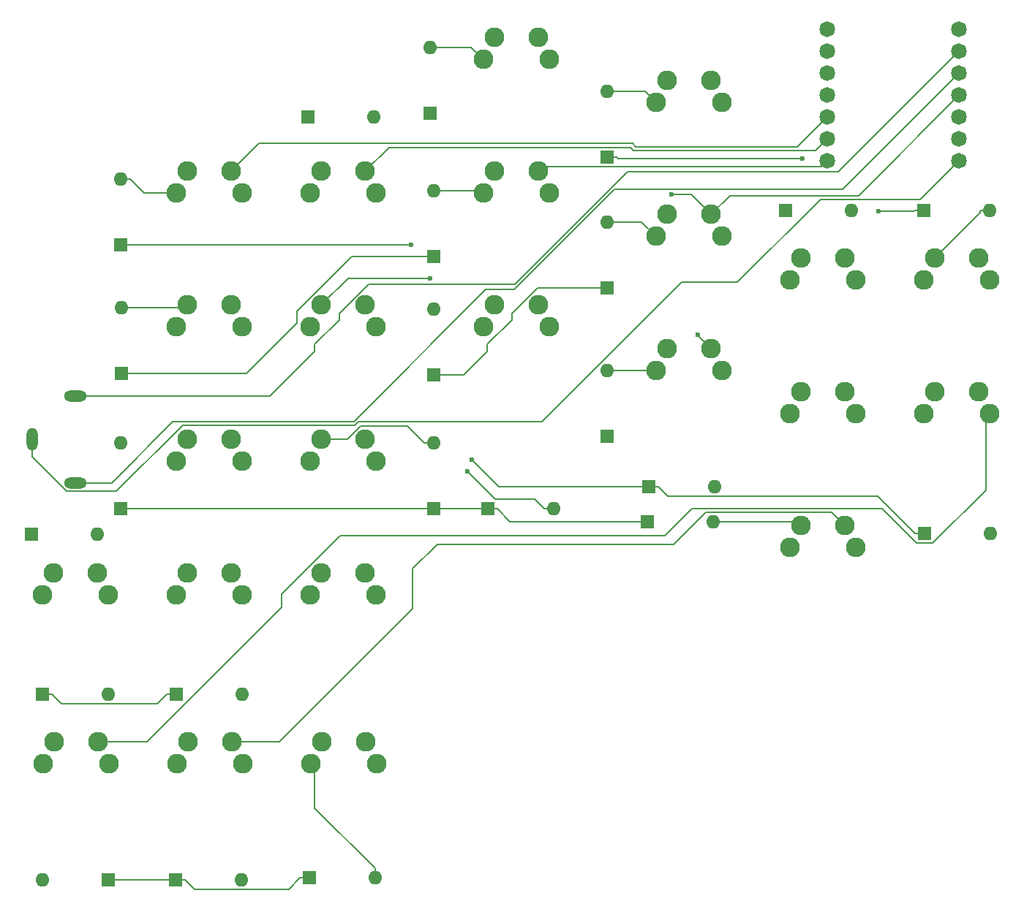
<source format=gbr>
%TF.GenerationSoftware,KiCad,Pcbnew,8.0.1*%
%TF.CreationDate,2024-04-28T21:32:14+02:00*%
%TF.ProjectId,Sword-keyboard,53776f72-642d-46b6-9579-626f6172642e,rev?*%
%TF.SameCoordinates,Original*%
%TF.FileFunction,Copper,L1,Top*%
%TF.FilePolarity,Positive*%
%FSLAX46Y46*%
G04 Gerber Fmt 4.6, Leading zero omitted, Abs format (unit mm)*
G04 Created by KiCad (PCBNEW 8.0.1) date 2024-04-28 21:32:14*
%MOMM*%
%LPD*%
G01*
G04 APERTURE LIST*
%TA.AperFunction,ComponentPad*%
%ADD10C,2.286000*%
%TD*%
%TA.AperFunction,ComponentPad*%
%ADD11R,1.600000X1.600000*%
%TD*%
%TA.AperFunction,ComponentPad*%
%ADD12O,1.600000X1.600000*%
%TD*%
%TA.AperFunction,ComponentPad*%
%ADD13O,1.308000X2.616000*%
%TD*%
%TA.AperFunction,ComponentPad*%
%ADD14O,2.616000X1.308000*%
%TD*%
%TA.AperFunction,ComponentPad*%
%ADD15C,1.824000*%
%TD*%
%TA.AperFunction,ViaPad*%
%ADD16C,0.600000*%
%TD*%
%TA.AperFunction,Conductor*%
%ADD17C,0.200000*%
%TD*%
G04 APERTURE END LIST*
D10*
%TO.P,SW13,1,1*%
%TO.N,Net-(D13-A)*%
X120690000Y-113460000D03*
X121960000Y-110920000D03*
%TO.P,SW13,2,2*%
%TO.N,col0*%
X127040000Y-110920000D03*
X128310000Y-113460000D03*
%TD*%
%TO.P,SW12,1,1*%
%TO.N,Net-(D12-A)*%
X207190000Y-107960000D03*
X208460000Y-105420000D03*
%TO.P,SW12,2,2*%
%TO.N,col5*%
X213540000Y-105420000D03*
X214810000Y-107960000D03*
%TD*%
%TO.P,SW22,1,1*%
%TO.N,Net-(D22-A)*%
X136230000Y-148540000D03*
X137500000Y-146000000D03*
%TO.P,SW22,2,2*%
%TO.N,col3*%
X142580000Y-146000000D03*
X143850000Y-148540000D03*
%TD*%
%TO.P,SW4,1,1*%
%TO.N,Net-(D4-A)*%
X176190000Y-71960000D03*
X177460000Y-69420000D03*
%TO.P,SW4,2,2*%
%TO.N,col3*%
X182540000Y-69420000D03*
X183810000Y-71960000D03*
%TD*%
D11*
%TO.P,D13,1,K*%
%TO.N,row2*%
X114200000Y-119020000D03*
D12*
%TO.P,D13,2,A*%
%TO.N,Net-(D13-A)*%
X114200000Y-111400000D03*
%TD*%
D11*
%TO.P,D20,1,K*%
%TO.N,row3*%
X105190000Y-140500000D03*
D12*
%TO.P,D20,2,A*%
%TO.N,Net-(D20-A)*%
X112810000Y-140500000D03*
%TD*%
D10*
%TO.P,SW1,1,1*%
%TO.N,Net-(D1-A)*%
X120690000Y-82460000D03*
X121960000Y-79920000D03*
%TO.P,SW1,2,2*%
%TO.N,col0*%
X127040000Y-79920000D03*
X128310000Y-82460000D03*
%TD*%
D11*
%TO.P,D14,1,K*%
%TO.N,row2*%
X150500000Y-119010000D03*
D12*
%TO.P,D14,2,A*%
%TO.N,Net-(D14-A)*%
X150500000Y-111390000D03*
%TD*%
D11*
%TO.P,D6,1,K*%
%TO.N,row0*%
X207190000Y-84500000D03*
D12*
%TO.P,D6,2,A*%
%TO.N,Net-(D6-A)*%
X214810000Y-84500000D03*
%TD*%
D11*
%TO.P,D21,1,K*%
%TO.N,row3*%
X120690000Y-140500000D03*
D12*
%TO.P,D21,2,A*%
%TO.N,Net-(D21-A)*%
X128310000Y-140500000D03*
%TD*%
D11*
%TO.P,D8,1,K*%
%TO.N,row1*%
X150500000Y-103520000D03*
D12*
%TO.P,D8,2,A*%
%TO.N,Net-(D8-A)*%
X150500000Y-95900000D03*
%TD*%
D11*
%TO.P,D10,1,K*%
%TO.N,row1*%
X170500000Y-93420000D03*
D12*
%TO.P,D10,2,A*%
%TO.N,Net-(D10-A)*%
X170500000Y-85800000D03*
%TD*%
D10*
%TO.P,SW24,1,1*%
%TO.N,Net-(D24-A)*%
X105230000Y-148540000D03*
X106500000Y-146000000D03*
%TO.P,SW24,2,2*%
%TO.N,col5*%
X111580000Y-146000000D03*
X112850000Y-148540000D03*
%TD*%
D11*
%TO.P,D1,1,K*%
%TO.N,row0*%
X114200000Y-88410000D03*
D12*
%TO.P,D1,2,A*%
%TO.N,Net-(D1-A)*%
X114200000Y-80790000D03*
%TD*%
D10*
%TO.P,SW14,1,1*%
%TO.N,Net-(D14-A)*%
X136190000Y-113460000D03*
X137460000Y-110920000D03*
%TO.P,SW14,2,2*%
%TO.N,col1*%
X142540000Y-110920000D03*
X143810000Y-113460000D03*
%TD*%
%TO.P,SW9,1,1*%
%TO.N,Net-(D9-A)*%
X156190000Y-82460000D03*
X157460000Y-79920000D03*
%TO.P,SW9,2,2*%
%TO.N,col2*%
X162540000Y-79920000D03*
X163810000Y-82460000D03*
%TD*%
%TO.P,SW7,1,1*%
%TO.N,Net-(D7-A)*%
X120690000Y-97960000D03*
X121960000Y-95420000D03*
%TO.P,SW7,2,2*%
%TO.N,col0*%
X127040000Y-95420000D03*
X128310000Y-97960000D03*
%TD*%
D11*
%TO.P,D15,1,K*%
%TO.N,row2*%
X156690000Y-119000000D03*
D12*
%TO.P,D15,2,A*%
%TO.N,Net-(D15-A)*%
X164310000Y-119000000D03*
%TD*%
D11*
%TO.P,D4,1,K*%
%TO.N,row0*%
X170500000Y-78310000D03*
D12*
%TO.P,D4,2,A*%
%TO.N,Net-(D4-A)*%
X170500000Y-70690000D03*
%TD*%
D11*
%TO.P,D24,1,K*%
%TO.N,row3*%
X112810000Y-162000000D03*
D12*
%TO.P,D24,2,A*%
%TO.N,Net-(D24-A)*%
X105190000Y-162000000D03*
%TD*%
D10*
%TO.P,SW10,1,1*%
%TO.N,Net-(D10-A)*%
X176190000Y-87460000D03*
X177460000Y-84920000D03*
%TO.P,SW10,2,2*%
%TO.N,col3*%
X182540000Y-84920000D03*
X183810000Y-87460000D03*
%TD*%
%TO.P,SW6,1,1*%
%TO.N,Net-(D6-A)*%
X207190000Y-92460000D03*
X208460000Y-89920000D03*
%TO.P,SW6,2,2*%
%TO.N,col5*%
X213540000Y-89920000D03*
X214810000Y-92460000D03*
%TD*%
D11*
%TO.P,D19,1,K*%
%TO.N,row3*%
X103880000Y-122000000D03*
D12*
%TO.P,D19,2,A*%
%TO.N,Net-(D19-A)*%
X111500000Y-122000000D03*
%TD*%
D10*
%TO.P,SW11,1,1*%
%TO.N,Net-(D11-A)*%
X191690000Y-107960000D03*
X192960000Y-105420000D03*
%TO.P,SW11,2,2*%
%TO.N,col4*%
X198040000Y-105420000D03*
X199310000Y-107960000D03*
%TD*%
%TO.P,SW17,1,1*%
%TO.N,Net-(D17-A)*%
X191690000Y-123460000D03*
X192960000Y-120920000D03*
%TO.P,SW17,2,2*%
%TO.N,col4*%
X198040000Y-120920000D03*
X199310000Y-123460000D03*
%TD*%
%TO.P,SW5,1,1*%
%TO.N,Net-(D5-A)*%
X191690000Y-92460000D03*
X192960000Y-89920000D03*
%TO.P,SW5,2,2*%
%TO.N,col4*%
X198040000Y-89920000D03*
X199310000Y-92460000D03*
%TD*%
%TO.P,SW21,1,1*%
%TO.N,Net-(D21-A)*%
X136190000Y-128960000D03*
X137460000Y-126420000D03*
%TO.P,SW21,2,2*%
%TO.N,col2*%
X142540000Y-126420000D03*
X143810000Y-128960000D03*
%TD*%
%TO.P,SW2,1,1*%
%TO.N,Net-(D2-A)*%
X136190000Y-82460000D03*
X137460000Y-79920000D03*
%TO.P,SW2,2,2*%
%TO.N,col1*%
X142540000Y-79920000D03*
X143810000Y-82460000D03*
%TD*%
D11*
%TO.P,D7,1,K*%
%TO.N,row1*%
X114300000Y-103320000D03*
D12*
%TO.P,D7,2,A*%
%TO.N,Net-(D7-A)*%
X114300000Y-95700000D03*
%TD*%
D11*
%TO.P,D22,1,K*%
%TO.N,row3*%
X136090000Y-161800000D03*
D12*
%TO.P,D22,2,A*%
%TO.N,Net-(D22-A)*%
X143710000Y-161800000D03*
%TD*%
D11*
%TO.P,D12,1,K*%
%TO.N,row1*%
X207290000Y-121900000D03*
D12*
%TO.P,D12,2,A*%
%TO.N,Net-(D12-A)*%
X214910000Y-121900000D03*
%TD*%
D13*
%TO.P,J1,1*%
%TO.N,DATA*%
X104000000Y-111000000D03*
D14*
%TO.P,J1,2*%
%TO.N,VCC*%
X109000000Y-116000000D03*
%TO.P,J1,3*%
%TO.N,GND*%
X109000000Y-106000000D03*
%TD*%
D10*
%TO.P,SW15,1,1*%
%TO.N,Net-(D15-A)*%
X156190000Y-97960000D03*
X157460000Y-95420000D03*
%TO.P,SW15,2,2*%
%TO.N,col2*%
X162540000Y-95420000D03*
X163810000Y-97960000D03*
%TD*%
D11*
%TO.P,D17,1,K*%
%TO.N,row2*%
X175190000Y-120500000D03*
D12*
%TO.P,D17,2,A*%
%TO.N,Net-(D17-A)*%
X182810000Y-120500000D03*
%TD*%
D10*
%TO.P,SW20,1,1*%
%TO.N,Net-(D20-A)*%
X120690000Y-128960000D03*
X121960000Y-126420000D03*
%TO.P,SW20,2,2*%
%TO.N,col1*%
X127040000Y-126420000D03*
X128310000Y-128960000D03*
%TD*%
D11*
%TO.P,D23,1,K*%
%TO.N,row3*%
X120590000Y-162000000D03*
D12*
%TO.P,D23,2,A*%
%TO.N,Net-(D23-A)*%
X128210000Y-162000000D03*
%TD*%
D11*
%TO.P,D16,1,K*%
%TO.N,row2*%
X170500000Y-110620000D03*
D12*
%TO.P,D16,2,A*%
%TO.N,Net-(D16-A)*%
X170500000Y-103000000D03*
%TD*%
D11*
%TO.P,D2,1,K*%
%TO.N,row0*%
X135880000Y-73600000D03*
D12*
%TO.P,D2,2,A*%
%TO.N,Net-(D2-A)*%
X143500000Y-73600000D03*
%TD*%
D10*
%TO.P,SW16,1,1*%
%TO.N,Net-(D16-A)*%
X176190000Y-102960000D03*
X177460000Y-100420000D03*
%TO.P,SW16,2,2*%
%TO.N,col3*%
X182540000Y-100420000D03*
X183810000Y-102960000D03*
%TD*%
D15*
%TO.P,U1,1,PA02_A0_D0*%
%TO.N,row0*%
X196000000Y-63500000D03*
%TO.P,U1,2,PA4_A1_D1*%
%TO.N,row1*%
X196000000Y-66040000D03*
%TO.P,U1,3,PA10_A2_D2*%
%TO.N,row2*%
X196000000Y-68580000D03*
%TO.P,U1,4,PA11_A3_D3*%
%TO.N,row3*%
X196000000Y-71120000D03*
%TO.P,U1,5,PA8_A4_D4_SDA*%
%TO.N,col0*%
X196000000Y-73660000D03*
%TO.P,U1,6,PA9_A5_D5_SCL*%
%TO.N,col1*%
X196000000Y-76200000D03*
%TO.P,U1,7,PB08_A6_D6_TX*%
%TO.N,col2*%
X196000000Y-78740000D03*
%TO.P,U1,8,PB09_A7_D7_RX*%
%TO.N,DATA*%
X211250000Y-78740000D03*
%TO.P,U1,9,PA7_A8_D8_SCK*%
%TO.N,col5*%
X211250000Y-76200000D03*
%TO.P,U1,10,PA5_A9_D9_MISO*%
%TO.N,col4*%
X211250000Y-73660000D03*
%TO.P,U1,11,PA6_A10_D10_MOSI*%
%TO.N,col3*%
X211250000Y-71120000D03*
%TO.P,U1,12,3V3*%
%TO.N,VCC*%
X211250000Y-68580000D03*
%TO.P,U1,13,GND*%
%TO.N,GND*%
X211250000Y-66040000D03*
%TO.P,U1,14,5V*%
%TO.N,unconnected-(U1-5V-Pad14)*%
X211250000Y-63500000D03*
%TD*%
D10*
%TO.P,SW19,1,1*%
%TO.N,Net-(D19-A)*%
X105190000Y-128960000D03*
X106460000Y-126420000D03*
%TO.P,SW19,2,2*%
%TO.N,col0*%
X111540000Y-126420000D03*
X112810000Y-128960000D03*
%TD*%
%TO.P,SW3,1,1*%
%TO.N,Net-(D3-A)*%
X156190000Y-66960000D03*
X157460000Y-64420000D03*
%TO.P,SW3,2,2*%
%TO.N,col2*%
X162540000Y-64420000D03*
X163810000Y-66960000D03*
%TD*%
%TO.P,SW23,1,1*%
%TO.N,Net-(D23-A)*%
X120730000Y-148540000D03*
X122000000Y-146000000D03*
%TO.P,SW23,2,2*%
%TO.N,col4*%
X127080000Y-146000000D03*
X128350000Y-148540000D03*
%TD*%
D11*
%TO.P,D9,1,K*%
%TO.N,row1*%
X150500000Y-89810000D03*
D12*
%TO.P,D9,2,A*%
%TO.N,Net-(D9-A)*%
X150500000Y-82190000D03*
%TD*%
D11*
%TO.P,D5,1,K*%
%TO.N,row0*%
X191190000Y-84500000D03*
D12*
%TO.P,D5,2,A*%
%TO.N,Net-(D5-A)*%
X198810000Y-84500000D03*
%TD*%
D10*
%TO.P,SW8,1,1*%
%TO.N,Net-(D8-A)*%
X136190000Y-97960000D03*
X137460000Y-95420000D03*
%TO.P,SW8,2,2*%
%TO.N,col1*%
X142540000Y-95420000D03*
X143810000Y-97960000D03*
%TD*%
D11*
%TO.P,D3,1,K*%
%TO.N,row0*%
X150000000Y-73210000D03*
D12*
%TO.P,D3,2,A*%
%TO.N,Net-(D3-A)*%
X150000000Y-65590000D03*
%TD*%
D11*
%TO.P,D11,1,K*%
%TO.N,row1*%
X175380000Y-116500000D03*
D12*
%TO.P,D11,2,A*%
%TO.N,Net-(D11-A)*%
X183000000Y-116500000D03*
%TD*%
D16*
%TO.N,row0*%
X147856700Y-88410000D03*
X201968000Y-84561900D03*
X193136000Y-78472400D03*
%TO.N,row1*%
X154841200Y-113337800D03*
%TO.N,Net-(D8-A)*%
X150018100Y-92343700D03*
%TO.N,Net-(D15-A)*%
X154355500Y-114709700D03*
%TO.N,col3*%
X181015300Y-98844100D03*
X177978100Y-82636100D03*
%TD*%
D17*
%TO.N,row0*%
X201968000Y-84561900D02*
X206026400Y-84561900D01*
X170500000Y-78310000D02*
X171601700Y-78310000D01*
X193136000Y-78472400D02*
X171764100Y-78472400D01*
X147856700Y-88410000D02*
X114200000Y-88410000D01*
X206026400Y-84561900D02*
X206088300Y-84500000D01*
X207190000Y-84500000D02*
X206088300Y-84500000D01*
X171764100Y-78472400D02*
X171601700Y-78310000D01*
%TO.N,Net-(D1-A)*%
X116971700Y-82460000D02*
X120690000Y-82460000D01*
X114200000Y-80790000D02*
X115301700Y-80790000D01*
X115301700Y-80790000D02*
X116971700Y-82460000D01*
X120690000Y-82460000D02*
X120690000Y-83190000D01*
%TO.N,Net-(D3-A)*%
X150000000Y-65590000D02*
X154820000Y-65590000D01*
X154820000Y-65590000D02*
X156190000Y-66960000D01*
%TO.N,Net-(D4-A)*%
X170500000Y-70690000D02*
X174920000Y-70690000D01*
X174920000Y-70690000D02*
X176190000Y-71960000D01*
%TO.N,Net-(D6-A)*%
X214810000Y-84500000D02*
X213708300Y-84500000D01*
X213708300Y-84671700D02*
X208460000Y-89920000D01*
X213708300Y-84500000D02*
X213708300Y-84671700D01*
%TO.N,Net-(D7-A)*%
X121680000Y-95700000D02*
X121960000Y-95420000D01*
X114300000Y-95700000D02*
X121680000Y-95700000D01*
%TO.N,row1*%
X175930900Y-116500000D02*
X176481700Y-116500000D01*
X140950800Y-89810000D02*
X150500000Y-89810000D01*
X153922600Y-103520000D02*
X150500000Y-103520000D01*
X159506600Y-97117900D02*
X156651900Y-99972600D01*
X156651900Y-99972600D02*
X156651900Y-100790700D01*
X177583400Y-117601700D02*
X201890000Y-117601700D01*
X175380000Y-116500000D02*
X158003400Y-116500000D01*
X134621100Y-97488000D02*
X134621100Y-96139700D01*
X134621100Y-96139700D02*
X140950800Y-89810000D01*
X170500000Y-93420000D02*
X162496900Y-93420000D01*
X162496900Y-93420000D02*
X159506600Y-96410300D01*
X158003400Y-116500000D02*
X154841200Y-113337800D01*
X156651900Y-100790700D02*
X153922600Y-103520000D01*
X159506600Y-96410300D02*
X159506600Y-97117900D01*
X114300000Y-103320000D02*
X128789100Y-103320000D01*
X128789100Y-103320000D02*
X134621100Y-97488000D01*
X176481700Y-116500000D02*
X177583400Y-117601700D01*
X207290000Y-121900000D02*
X206188300Y-121900000D01*
X175930900Y-116500000D02*
X175380000Y-116500000D01*
X201890000Y-117601700D02*
X206188300Y-121900000D01*
%TO.N,Net-(D8-A)*%
X140536300Y-92343700D02*
X137460000Y-95420000D01*
X150018100Y-92343700D02*
X140536300Y-92343700D01*
%TO.N,Net-(D9-A)*%
X150500000Y-82190000D02*
X155920000Y-82190000D01*
X155920000Y-82190000D02*
X156190000Y-82460000D01*
%TO.N,Net-(D10-A)*%
X170500000Y-85800000D02*
X174530000Y-85800000D01*
X174530000Y-85800000D02*
X176190000Y-87460000D01*
%TO.N,row2*%
X150500000Y-119010000D02*
X115311700Y-119010000D01*
X159291700Y-120500000D02*
X157791700Y-119000000D01*
X114200000Y-119020000D02*
X115301700Y-119020000D01*
X175190000Y-120500000D02*
X159291700Y-120500000D01*
X115311700Y-119010000D02*
X115301700Y-119020000D01*
X151050900Y-119010000D02*
X151601700Y-119010000D01*
X151611700Y-119000000D02*
X151601700Y-119010000D01*
X156690000Y-119000000D02*
X151611700Y-119000000D01*
X151050900Y-119010000D02*
X150500000Y-119010000D01*
X156690000Y-119000000D02*
X157791700Y-119000000D01*
%TO.N,Net-(D14-A)*%
X150500000Y-111390000D02*
X149398300Y-111390000D01*
X141980000Y-109436900D02*
X140496900Y-110920000D01*
X149398300Y-111390000D02*
X147445200Y-109436900D01*
X147445200Y-109436900D02*
X141980000Y-109436900D01*
X140496900Y-110920000D02*
X137460000Y-110920000D01*
%TO.N,Net-(D15-A)*%
X157544100Y-117898300D02*
X154355500Y-114709700D01*
X162106600Y-117898300D02*
X157544100Y-117898300D01*
X163208300Y-119000000D02*
X162106600Y-117898300D01*
X164310000Y-119000000D02*
X163208300Y-119000000D01*
%TO.N,Net-(D16-A)*%
X171641700Y-102960000D02*
X176190000Y-102960000D01*
X171601700Y-103000000D02*
X171641700Y-102960000D01*
X170500000Y-103000000D02*
X171601700Y-103000000D01*
%TO.N,Net-(D17-A)*%
X182810000Y-120500000D02*
X192540000Y-120500000D01*
X192540000Y-120500000D02*
X192960000Y-120920000D01*
%TO.N,row3*%
X105190000Y-140500000D02*
X106291700Y-140500000D01*
X133666700Y-163121600D02*
X134988300Y-161800000D01*
X122813300Y-163121600D02*
X133666700Y-163121600D01*
X107393400Y-141601700D02*
X106291700Y-140500000D01*
X120690000Y-140500000D02*
X119588300Y-140500000D01*
X120590000Y-162000000D02*
X121691700Y-162000000D01*
X119588300Y-140500000D02*
X118486600Y-141601700D01*
X136090000Y-161800000D02*
X134988300Y-161800000D01*
X112810000Y-162000000D02*
X120590000Y-162000000D01*
X118486600Y-141601700D02*
X107393400Y-141601700D01*
X121691700Y-162000000D02*
X122813300Y-163121600D01*
%TO.N,Net-(D22-A)*%
X143710000Y-161800000D02*
X143710000Y-160698300D01*
X136691900Y-149001900D02*
X136230000Y-148540000D01*
X136691900Y-153680200D02*
X136691900Y-149001900D01*
X143710000Y-160698300D02*
X136691900Y-153680200D01*
%TO.N,col0*%
X173493500Y-76705800D02*
X130254200Y-76705800D01*
X196000000Y-73660000D02*
X192578600Y-77081400D01*
X130254200Y-76705800D02*
X127040000Y-79920000D01*
X192578600Y-77081400D02*
X173869100Y-77081400D01*
X173869100Y-77081400D02*
X173493500Y-76705800D01*
%TO.N,col1*%
X173201100Y-77181600D02*
X173552600Y-77533100D01*
X145278400Y-77181600D02*
X173201100Y-77181600D01*
X142540000Y-79920000D02*
X145278400Y-77181600D01*
X173552600Y-77533100D02*
X194666900Y-77533100D01*
X194666900Y-77533100D02*
X196000000Y-76200000D01*
%TO.N,col2*%
X163048300Y-79411700D02*
X162540000Y-79920000D01*
X196000000Y-78740000D02*
X195328300Y-79411700D01*
X195328300Y-79411700D02*
X163048300Y-79411700D01*
%TO.N,col3*%
X184726500Y-82733500D02*
X182540000Y-84920000D01*
X199636500Y-82733500D02*
X184726500Y-82733500D01*
X182540000Y-84920000D02*
X180256200Y-82636200D01*
X177978100Y-82636200D02*
X177978100Y-82636100D01*
X180256200Y-82636200D02*
X177978100Y-82636200D01*
X182540000Y-100420000D02*
X181015300Y-98895300D01*
X211250000Y-71120000D02*
X199636500Y-82733500D01*
X181015300Y-98895300D02*
X181015300Y-98844100D01*
%TO.N,col4*%
X150855000Y-123145000D02*
X178199500Y-123145000D01*
X178199500Y-123145000D02*
X181955800Y-119388700D01*
X148017300Y-125982700D02*
X150855000Y-123145000D01*
X196508700Y-119388700D02*
X198040000Y-120920000D01*
X181955800Y-119388700D02*
X196508700Y-119388700D01*
X132596700Y-146000000D02*
X148017300Y-130579400D01*
X148017300Y-130579400D02*
X148017300Y-125982700D01*
X127080000Y-146000000D02*
X132596700Y-146000000D01*
%TO.N,col5*%
X208233500Y-123009800D02*
X214348200Y-116895100D01*
X180380300Y-118987000D02*
X202350300Y-118987000D01*
X214348200Y-108421800D02*
X214810000Y-107960000D01*
X132868600Y-128940400D02*
X139636500Y-122172500D01*
X202350300Y-118987000D02*
X206373100Y-123009800D01*
X111580000Y-146000000D02*
X117275300Y-146000000D01*
X139636500Y-122172500D02*
X177194800Y-122172500D01*
X117275300Y-146000000D02*
X132868600Y-130406700D01*
X214348200Y-116895100D02*
X214348200Y-108421800D01*
X206373100Y-123009800D02*
X208233500Y-123009800D01*
X132868600Y-130406700D02*
X132868600Y-128940400D01*
X177194800Y-122172500D02*
X180380300Y-118987000D01*
%TO.N,DATA*%
X195212000Y-83201300D02*
X185642400Y-92770900D01*
X141764900Y-108935200D02*
X141363200Y-109336900D01*
X104000000Y-113024300D02*
X104000000Y-111000000D01*
X163005700Y-108935200D02*
X141764900Y-108935200D01*
X121421400Y-109336900D02*
X113755800Y-117002500D01*
X107978200Y-117002500D02*
X104000000Y-113024300D01*
X141363200Y-109336900D02*
X121421400Y-109336900D01*
X206788700Y-83201300D02*
X195212000Y-83201300D01*
X179170000Y-92770900D02*
X163005700Y-108935200D01*
X113755800Y-117002500D02*
X107978200Y-117002500D01*
X185642400Y-92770900D02*
X179170000Y-92770900D01*
X211250000Y-78740000D02*
X206788700Y-83201300D01*
%TO.N,GND*%
X159824900Y-93002500D02*
X172859400Y-79968000D01*
X109000000Y-106000000D02*
X131468200Y-106000000D01*
X131468200Y-106000000D02*
X136651900Y-100816300D01*
X139506500Y-96403400D02*
X142907400Y-93002500D01*
X139506500Y-97118000D02*
X139506500Y-96403400D01*
X172859400Y-79968000D02*
X197322000Y-79968000D01*
X197322000Y-79968000D02*
X211250000Y-66040000D01*
X136651900Y-100816300D02*
X136651900Y-99972600D01*
X136651900Y-99972600D02*
X139506500Y-97118000D01*
X142907400Y-93002500D02*
X159824900Y-93002500D01*
%TO.N,VCC*%
X197795600Y-82034400D02*
X171361100Y-82034400D01*
X113214300Y-116000000D02*
X109000000Y-116000000D01*
X159781800Y-93613700D02*
X156518400Y-93613700D01*
X141198400Y-108933700D02*
X120280600Y-108933700D01*
X120280600Y-108933700D02*
X113214300Y-116000000D01*
X156518400Y-93613700D02*
X141198400Y-108933700D01*
X211250000Y-68580000D02*
X197795600Y-82034400D01*
X171361100Y-82034400D02*
X159781800Y-93613700D01*
%TD*%
M02*

</source>
